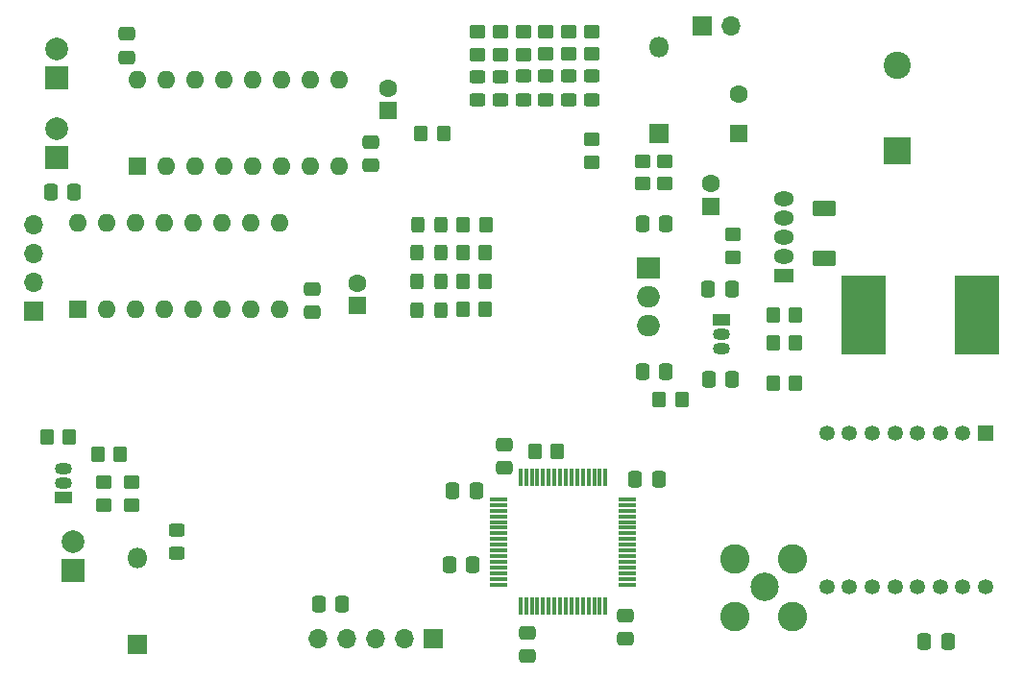
<source format=gbr>
%TF.GenerationSoftware,KiCad,Pcbnew,8.0.3*%
%TF.CreationDate,2024-07-31T08:23:15+01:00*%
%TF.ProjectId,controller,636f6e74-726f-46c6-9c65-722e6b696361,rev?*%
%TF.SameCoordinates,Original*%
%TF.FileFunction,Soldermask,Top*%
%TF.FilePolarity,Negative*%
%FSLAX46Y46*%
G04 Gerber Fmt 4.6, Leading zero omitted, Abs format (unit mm)*
G04 Created by KiCad (PCBNEW 8.0.3) date 2024-07-31 08:23:15*
%MOMM*%
%LPD*%
G01*
G04 APERTURE LIST*
G04 Aperture macros list*
%AMRoundRect*
0 Rectangle with rounded corners*
0 $1 Rounding radius*
0 $2 $3 $4 $5 $6 $7 $8 $9 X,Y pos of 4 corners*
0 Add a 4 corners polygon primitive as box body*
4,1,4,$2,$3,$4,$5,$6,$7,$8,$9,$2,$3,0*
0 Add four circle primitives for the rounded corners*
1,1,$1+$1,$2,$3*
1,1,$1+$1,$4,$5*
1,1,$1+$1,$6,$7*
1,1,$1+$1,$8,$9*
0 Add four rect primitives between the rounded corners*
20,1,$1+$1,$2,$3,$4,$5,0*
20,1,$1+$1,$4,$5,$6,$7,0*
20,1,$1+$1,$6,$7,$8,$9,0*
20,1,$1+$1,$8,$9,$2,$3,0*%
G04 Aperture macros list end*
%ADD10RoundRect,0.250000X0.325000X0.450000X-0.325000X0.450000X-0.325000X-0.450000X0.325000X-0.450000X0*%
%ADD11R,1.600000X1.600000*%
%ADD12O,1.600000X1.600000*%
%ADD13RoundRect,0.250000X-0.350000X-0.450000X0.350000X-0.450000X0.350000X0.450000X-0.350000X0.450000X0*%
%ADD14RoundRect,0.250000X0.450000X-0.350000X0.450000X0.350000X-0.450000X0.350000X-0.450000X-0.350000X0*%
%ADD15RoundRect,0.250000X-0.337500X-0.475000X0.337500X-0.475000X0.337500X0.475000X-0.337500X0.475000X0*%
%ADD16RoundRect,0.250000X0.350000X0.450000X-0.350000X0.450000X-0.350000X-0.450000X0.350000X-0.450000X0*%
%ADD17RoundRect,0.250000X0.475000X-0.337500X0.475000X0.337500X-0.475000X0.337500X-0.475000X-0.337500X0*%
%ADD18C,2.600000*%
%ADD19C,2.500000*%
%ADD20C,1.600000*%
%ADD21R,1.700000X1.700000*%
%ADD22O,1.700000X1.700000*%
%ADD23RoundRect,0.250000X0.337500X0.475000X-0.337500X0.475000X-0.337500X-0.475000X0.337500X-0.475000X0*%
%ADD24RoundRect,0.250000X-0.450000X0.325000X-0.450000X-0.325000X0.450000X-0.325000X0.450000X0.325000X0*%
%ADD25RoundRect,0.250000X-0.475000X0.337500X-0.475000X-0.337500X0.475000X-0.337500X0.475000X0.337500X0*%
%ADD26R,1.800000X1.275000*%
%ADD27O,1.800000X1.275000*%
%ADD28R,2.000000X2.000000*%
%ADD29C,2.000000*%
%ADD30R,1.350000X1.350000*%
%ADD31C,1.350000*%
%ADD32RoundRect,0.075000X-0.700000X-0.075000X0.700000X-0.075000X0.700000X0.075000X-0.700000X0.075000X0*%
%ADD33RoundRect,0.075000X-0.075000X-0.700000X0.075000X-0.700000X0.075000X0.700000X-0.075000X0.700000X0*%
%ADD34R,1.800000X1.800000*%
%ADD35O,1.800000X1.800000*%
%ADD36R,1.500000X1.050000*%
%ADD37O,1.500000X1.050000*%
%ADD38RoundRect,0.250000X-0.450000X0.350000X-0.450000X-0.350000X0.450000X-0.350000X0.450000X0.350000X0*%
%ADD39R,2.000000X1.905000*%
%ADD40O,2.000000X1.905000*%
%ADD41RoundRect,0.250000X0.800000X-0.450000X0.800000X0.450000X-0.800000X0.450000X-0.800000X-0.450000X0*%
%ADD42R,2.400000X2.400000*%
%ADD43C,2.400000*%
%ADD44R,4.000000X7.000000*%
G04 APERTURE END LIST*
D10*
%TO.C,D11*%
X101700000Y-83525000D03*
X99650000Y-83525000D03*
%TD*%
D11*
%TO.C,U1*%
X74970000Y-75845000D03*
D12*
X77510000Y-75845000D03*
X80050000Y-75845000D03*
X82590000Y-75845000D03*
X85130000Y-75845000D03*
X87670000Y-75845000D03*
X90210000Y-75845000D03*
X92750000Y-75845000D03*
X92750000Y-68225000D03*
X90210000Y-68225000D03*
X87670000Y-68225000D03*
X85130000Y-68225000D03*
X82590000Y-68225000D03*
X80050000Y-68225000D03*
X77510000Y-68225000D03*
X74970000Y-68225000D03*
%TD*%
D13*
%TO.C,R5*%
X131000000Y-91426041D03*
X133000000Y-91426041D03*
%TD*%
D14*
%TO.C,R12*%
X115000000Y-66000000D03*
X115000000Y-64000000D03*
%TD*%
D15*
%TO.C,C15*%
X67342500Y-78174657D03*
X69417500Y-78174657D03*
%TD*%
%TO.C,C12*%
X102773529Y-104500000D03*
X104848529Y-104500000D03*
%TD*%
D14*
%TO.C,R17*%
X113000000Y-66000000D03*
X113000000Y-64000000D03*
%TD*%
D16*
%TO.C,R8*%
X133000000Y-95000000D03*
X131000000Y-95000000D03*
%TD*%
D17*
%TO.C,C9*%
X109348529Y-119075000D03*
X109348529Y-117000000D03*
%TD*%
D13*
%TO.C,R20*%
X103650000Y-83525000D03*
X105650000Y-83525000D03*
%TD*%
D18*
%TO.C,J1*%
X127670000Y-110535000D03*
X127670000Y-115615000D03*
X132750000Y-110535000D03*
X132750000Y-115615000D03*
D19*
X130310000Y-113000000D03*
%TD*%
D16*
%TO.C,R24*%
X102000000Y-73000000D03*
X100000000Y-73000000D03*
%TD*%
D11*
%TO.C,C4*%
X125500000Y-79426041D03*
D20*
X125500000Y-77426041D03*
%TD*%
D16*
%TO.C,R3*%
X69000000Y-99765000D03*
X67000000Y-99765000D03*
%TD*%
D14*
%TO.C,R13*%
X107000000Y-66050000D03*
X107000000Y-64050000D03*
%TD*%
D21*
%TO.C,J3*%
X124750000Y-63475000D03*
D22*
X127290000Y-63475000D03*
%TD*%
D23*
%TO.C,C1*%
X127360000Y-86696041D03*
X125285000Y-86696041D03*
%TD*%
D14*
%TO.C,R1*%
X72000000Y-105765000D03*
X72000000Y-103765000D03*
%TD*%
D23*
%TO.C,C21*%
X146445000Y-117792500D03*
X144370000Y-117792500D03*
%TD*%
D14*
%TO.C,R9*%
X119500000Y-77426041D03*
X119500000Y-75426041D03*
%TD*%
D13*
%TO.C,R21*%
X103700000Y-81000000D03*
X105700000Y-81000000D03*
%TD*%
D24*
%TO.C,D7*%
X105000000Y-68000000D03*
X105000000Y-70050000D03*
%TD*%
D10*
%TO.C,D10*%
X101700000Y-86025000D03*
X99650000Y-86025000D03*
%TD*%
D15*
%TO.C,C2*%
X90965000Y-114500000D03*
X93040000Y-114500000D03*
%TD*%
D25*
%TO.C,C18*%
X90380000Y-86674657D03*
X90380000Y-88749657D03*
%TD*%
D26*
%TO.C,U5*%
X131945000Y-85549811D03*
D27*
X131945000Y-83849811D03*
X131945000Y-82149811D03*
X131945000Y-80449811D03*
X131945000Y-78749811D03*
%TD*%
D21*
%TO.C,M3*%
X65880000Y-88685000D03*
D22*
X65880000Y-86145000D03*
X65880000Y-83605000D03*
X65880000Y-81065000D03*
%TD*%
D14*
%TO.C,R11*%
X74500000Y-105765000D03*
X74500000Y-103765000D03*
%TD*%
D11*
%TO.C,C6*%
X128000000Y-73000000D03*
D20*
X128000000Y-69500000D03*
%TD*%
D13*
%TO.C,R19*%
X103650000Y-86025000D03*
X105650000Y-86025000D03*
%TD*%
D21*
%TO.C,J2*%
X101040000Y-117525000D03*
D22*
X98500000Y-117525000D03*
X95960000Y-117525000D03*
X93420000Y-117525000D03*
X90880000Y-117525000D03*
%TD*%
D11*
%TO.C,C19*%
X94380000Y-88174657D03*
D20*
X94380000Y-86174657D03*
%TD*%
D16*
%TO.C,R22*%
X73500000Y-101265000D03*
X71500000Y-101265000D03*
%TD*%
D14*
%TO.C,R16*%
X111000000Y-66000000D03*
X111000000Y-64000000D03*
%TD*%
D13*
%TO.C,R18*%
X103650000Y-88525000D03*
X105650000Y-88525000D03*
%TD*%
D25*
%TO.C,C13*%
X107348529Y-100425000D03*
X107348529Y-102500000D03*
%TD*%
D28*
%TO.C,M2*%
X67845000Y-75085000D03*
D29*
X67845000Y-72545000D03*
%TD*%
D30*
%TO.C,U4*%
X149750000Y-99400000D03*
D31*
X147750000Y-99400000D03*
X145750000Y-99400000D03*
X143750000Y-99400000D03*
X141750000Y-99400000D03*
X139750000Y-99400000D03*
X137750000Y-99400000D03*
X135750000Y-99400000D03*
X135750000Y-113000000D03*
X137750000Y-113000000D03*
X139750000Y-113000000D03*
X141750000Y-113000000D03*
X143750000Y-113000000D03*
X145750000Y-113000000D03*
X147750000Y-113000000D03*
X149750000Y-113000000D03*
%TD*%
D24*
%TO.C,D4*%
X111000000Y-67950000D03*
X111000000Y-70000000D03*
%TD*%
D32*
%TO.C,U2*%
X106825000Y-105250000D03*
X106825000Y-105750000D03*
X106825000Y-106250000D03*
X106825000Y-106750000D03*
X106825000Y-107250000D03*
X106825000Y-107750000D03*
X106825000Y-108250000D03*
X106825000Y-108750000D03*
X106825000Y-109250000D03*
X106825000Y-109750000D03*
X106825000Y-110250000D03*
X106825000Y-110750000D03*
X106825000Y-111250000D03*
X106825000Y-111750000D03*
X106825000Y-112250000D03*
X106825000Y-112750000D03*
D33*
X108750000Y-114675000D03*
X109250000Y-114675000D03*
X109750000Y-114675000D03*
X110250000Y-114675000D03*
X110750000Y-114675000D03*
X111250000Y-114675000D03*
X111750000Y-114675000D03*
X112250000Y-114675000D03*
X112750000Y-114675000D03*
X113250000Y-114675000D03*
X113750000Y-114675000D03*
X114250000Y-114675000D03*
X114750000Y-114675000D03*
X115250000Y-114675000D03*
X115750000Y-114675000D03*
X116250000Y-114675000D03*
D32*
X118175000Y-112750000D03*
X118175000Y-112250000D03*
X118175000Y-111750000D03*
X118175000Y-111250000D03*
X118175000Y-110750000D03*
X118175000Y-110250000D03*
X118175000Y-109750000D03*
X118175000Y-109250000D03*
X118175000Y-108750000D03*
X118175000Y-108250000D03*
X118175000Y-107750000D03*
X118175000Y-107250000D03*
X118175000Y-106750000D03*
X118175000Y-106250000D03*
X118175000Y-105750000D03*
X118175000Y-105250000D03*
D33*
X116250000Y-103325000D03*
X115750000Y-103325000D03*
X115250000Y-103325000D03*
X114750000Y-103325000D03*
X114250000Y-103325000D03*
X113750000Y-103325000D03*
X113250000Y-103325000D03*
X112750000Y-103325000D03*
X112250000Y-103325000D03*
X111750000Y-103325000D03*
X111250000Y-103325000D03*
X110750000Y-103325000D03*
X110250000Y-103325000D03*
X109750000Y-103325000D03*
X109250000Y-103325000D03*
X108750000Y-103325000D03*
%TD*%
D34*
%TO.C,D14*%
X121000000Y-73000000D03*
D35*
X121000000Y-65380000D03*
%TD*%
D14*
%TO.C,R14*%
X105000000Y-66050000D03*
X105000000Y-64050000D03*
%TD*%
D24*
%TO.C,D3*%
X113000000Y-67950000D03*
X113000000Y-70000000D03*
%TD*%
D25*
%TO.C,C16*%
X74095000Y-64220000D03*
X74095000Y-66295000D03*
%TD*%
D36*
%TO.C,U6*%
X126500000Y-89426041D03*
D37*
X126500000Y-90696041D03*
X126500000Y-91966041D03*
%TD*%
D38*
%TO.C,R23*%
X115000000Y-73500000D03*
X115000000Y-75500000D03*
%TD*%
D23*
%TO.C,C8*%
X121592500Y-80966041D03*
X119517500Y-80966041D03*
%TD*%
D39*
%TO.C,U7*%
X120055000Y-84886041D03*
D40*
X120055000Y-87426041D03*
X120055000Y-89966041D03*
%TD*%
D24*
%TO.C,D5*%
X115000000Y-67950000D03*
X115000000Y-70000000D03*
%TD*%
D14*
%TO.C,R7*%
X121500000Y-77426041D03*
X121500000Y-75426041D03*
%TD*%
D34*
%TO.C,D13*%
X75000000Y-118000000D03*
D35*
X75000000Y-110380000D03*
%TD*%
D23*
%TO.C,C3*%
X127397500Y-94696041D03*
X125322500Y-94696041D03*
%TD*%
D36*
%TO.C,Q1*%
X68500000Y-105060000D03*
D37*
X68500000Y-103790000D03*
X68500000Y-102520000D03*
%TD*%
D24*
%TO.C,D8*%
X109000000Y-67950000D03*
X109000000Y-70000000D03*
%TD*%
D23*
%TO.C,C7*%
X121592500Y-93966041D03*
X119517500Y-93966041D03*
%TD*%
D11*
%TO.C,U3*%
X69710000Y-88485000D03*
D12*
X72250000Y-88485000D03*
X74790000Y-88485000D03*
X77330000Y-88485000D03*
X79870000Y-88485000D03*
X82410000Y-88485000D03*
X84950000Y-88485000D03*
X87490000Y-88485000D03*
X87490000Y-80865000D03*
X84950000Y-80865000D03*
X82410000Y-80865000D03*
X79870000Y-80865000D03*
X77330000Y-80865000D03*
X74790000Y-80865000D03*
X72250000Y-80865000D03*
X69710000Y-80865000D03*
%TD*%
D41*
%TO.C,D1*%
X135500000Y-84000000D03*
X135500000Y-79600000D03*
%TD*%
D42*
%TO.C,C5*%
X142000000Y-74500000D03*
D43*
X142000000Y-67000000D03*
%TD*%
D28*
%TO.C,L1*%
X69350000Y-111540000D03*
D29*
X69350000Y-109000000D03*
%TD*%
D13*
%TO.C,R2*%
X110000000Y-101000000D03*
X112000000Y-101000000D03*
%TD*%
D10*
%TO.C,D12*%
X101750000Y-81000000D03*
X99700000Y-81000000D03*
%TD*%
D16*
%TO.C,R10*%
X123000000Y-96426041D03*
X121000000Y-96426041D03*
%TD*%
D24*
%TO.C,D6*%
X107000000Y-68000000D03*
X107000000Y-70050000D03*
%TD*%
D13*
%TO.C,R4*%
X131000000Y-89000000D03*
X133000000Y-89000000D03*
%TD*%
D17*
%TO.C,C11*%
X118000000Y-117537500D03*
X118000000Y-115462500D03*
%TD*%
D25*
%TO.C,C17*%
X95595000Y-73720000D03*
X95595000Y-75795000D03*
%TD*%
D28*
%TO.C,M1*%
X67845000Y-68085000D03*
D29*
X67845000Y-65545000D03*
%TD*%
D44*
%TO.C,L2*%
X139000000Y-89000000D03*
X149000000Y-89000000D03*
%TD*%
D24*
%TO.C,D2*%
X78500000Y-107950000D03*
X78500000Y-110000000D03*
%TD*%
D10*
%TO.C,D9*%
X101700000Y-88565000D03*
X99650000Y-88565000D03*
%TD*%
D38*
%TO.C,R6*%
X127500000Y-81926041D03*
X127500000Y-83926041D03*
%TD*%
D14*
%TO.C,R15*%
X109000000Y-66025000D03*
X109000000Y-64025000D03*
%TD*%
D15*
%TO.C,C10*%
X102500000Y-111000000D03*
X104575000Y-111000000D03*
%TD*%
D11*
%TO.C,C20*%
X97095000Y-71000113D03*
D20*
X97095000Y-69000113D03*
%TD*%
D23*
%TO.C,C14*%
X120923529Y-103500000D03*
X118848529Y-103500000D03*
%TD*%
M02*

</source>
